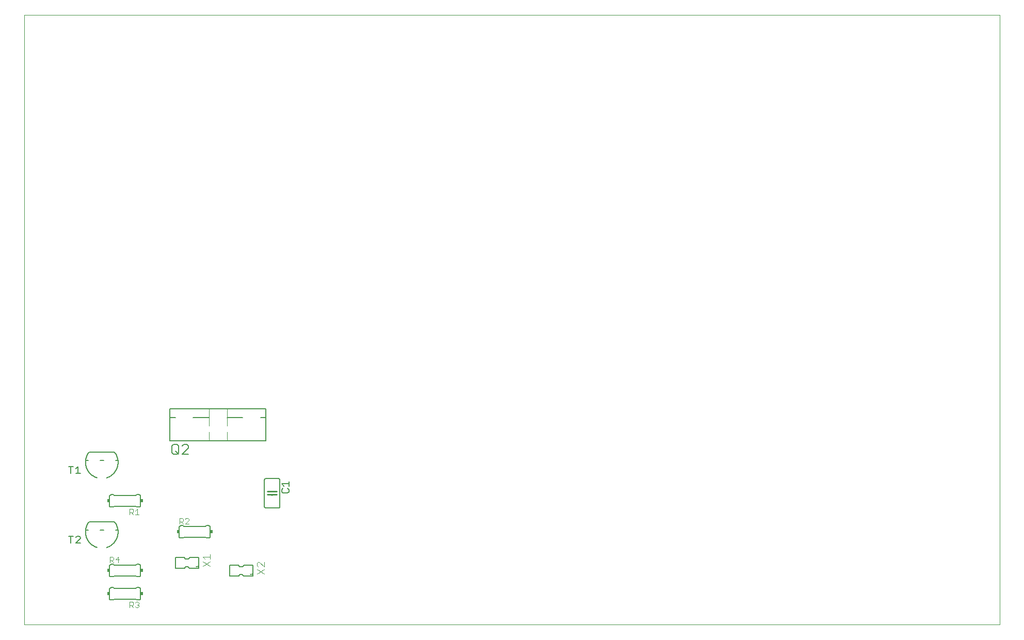
<source format=gto>
G75*
%MOIN*%
%OFA0B0*%
%FSLAX25Y25*%
%IPPOS*%
%LPD*%
%AMOC8*
5,1,8,0,0,1.08239X$1,22.5*
%
%ADD10C,0.00000*%
%ADD11C,0.00600*%
%ADD12C,0.01000*%
%ADD13C,0.00500*%
%ADD14C,0.00250*%
%ADD15C,0.00700*%
%ADD16R,0.01500X0.02000*%
%ADD17C,0.00400*%
%ADD18C,0.00800*%
%ADD19C,0.00100*%
D10*
X0001000Y0001000D02*
X0001000Y0394701D01*
X0630921Y0394701D01*
X0630921Y0001000D01*
X0001000Y0001000D01*
D11*
X0056000Y0018000D02*
X0056000Y0024000D01*
X0056002Y0024060D01*
X0056007Y0024121D01*
X0056016Y0024180D01*
X0056029Y0024239D01*
X0056045Y0024298D01*
X0056065Y0024355D01*
X0056088Y0024410D01*
X0056115Y0024465D01*
X0056144Y0024517D01*
X0056177Y0024568D01*
X0056213Y0024617D01*
X0056251Y0024663D01*
X0056293Y0024707D01*
X0056337Y0024749D01*
X0056383Y0024787D01*
X0056432Y0024823D01*
X0056483Y0024856D01*
X0056535Y0024885D01*
X0056590Y0024912D01*
X0056645Y0024935D01*
X0056702Y0024955D01*
X0056761Y0024971D01*
X0056820Y0024984D01*
X0056879Y0024993D01*
X0056940Y0024998D01*
X0057000Y0025000D01*
X0058500Y0025000D01*
X0059000Y0024500D01*
X0073000Y0024500D01*
X0073500Y0025000D01*
X0075000Y0025000D01*
X0075060Y0024998D01*
X0075121Y0024993D01*
X0075180Y0024984D01*
X0075239Y0024971D01*
X0075298Y0024955D01*
X0075355Y0024935D01*
X0075410Y0024912D01*
X0075465Y0024885D01*
X0075517Y0024856D01*
X0075568Y0024823D01*
X0075617Y0024787D01*
X0075663Y0024749D01*
X0075707Y0024707D01*
X0075749Y0024663D01*
X0075787Y0024617D01*
X0075823Y0024568D01*
X0075856Y0024517D01*
X0075885Y0024465D01*
X0075912Y0024410D01*
X0075935Y0024355D01*
X0075955Y0024298D01*
X0075971Y0024239D01*
X0075984Y0024180D01*
X0075993Y0024121D01*
X0075998Y0024060D01*
X0076000Y0024000D01*
X0076000Y0018000D01*
X0075998Y0017940D01*
X0075993Y0017879D01*
X0075984Y0017820D01*
X0075971Y0017761D01*
X0075955Y0017702D01*
X0075935Y0017645D01*
X0075912Y0017590D01*
X0075885Y0017535D01*
X0075856Y0017483D01*
X0075823Y0017432D01*
X0075787Y0017383D01*
X0075749Y0017337D01*
X0075707Y0017293D01*
X0075663Y0017251D01*
X0075617Y0017213D01*
X0075568Y0017177D01*
X0075517Y0017144D01*
X0075465Y0017115D01*
X0075410Y0017088D01*
X0075355Y0017065D01*
X0075298Y0017045D01*
X0075239Y0017029D01*
X0075180Y0017016D01*
X0075121Y0017007D01*
X0075060Y0017002D01*
X0075000Y0017000D01*
X0073500Y0017000D01*
X0073000Y0017500D01*
X0059000Y0017500D01*
X0058500Y0017000D01*
X0057000Y0017000D01*
X0056940Y0017002D01*
X0056879Y0017007D01*
X0056820Y0017016D01*
X0056761Y0017029D01*
X0056702Y0017045D01*
X0056645Y0017065D01*
X0056590Y0017088D01*
X0056535Y0017115D01*
X0056483Y0017144D01*
X0056432Y0017177D01*
X0056383Y0017213D01*
X0056337Y0017251D01*
X0056293Y0017293D01*
X0056251Y0017337D01*
X0056213Y0017383D01*
X0056177Y0017432D01*
X0056144Y0017483D01*
X0056115Y0017535D01*
X0056088Y0017590D01*
X0056065Y0017645D01*
X0056045Y0017702D01*
X0056029Y0017761D01*
X0056016Y0017820D01*
X0056007Y0017879D01*
X0056002Y0017940D01*
X0056000Y0018000D01*
X0057000Y0032000D02*
X0058500Y0032000D01*
X0059000Y0032500D01*
X0073000Y0032500D01*
X0073500Y0032000D01*
X0075000Y0032000D01*
X0075060Y0032002D01*
X0075121Y0032007D01*
X0075180Y0032016D01*
X0075239Y0032029D01*
X0075298Y0032045D01*
X0075355Y0032065D01*
X0075410Y0032088D01*
X0075465Y0032115D01*
X0075517Y0032144D01*
X0075568Y0032177D01*
X0075617Y0032213D01*
X0075663Y0032251D01*
X0075707Y0032293D01*
X0075749Y0032337D01*
X0075787Y0032383D01*
X0075823Y0032432D01*
X0075856Y0032483D01*
X0075885Y0032535D01*
X0075912Y0032590D01*
X0075935Y0032645D01*
X0075955Y0032702D01*
X0075971Y0032761D01*
X0075984Y0032820D01*
X0075993Y0032879D01*
X0075998Y0032940D01*
X0076000Y0033000D01*
X0076000Y0039000D01*
X0075998Y0039060D01*
X0075993Y0039121D01*
X0075984Y0039180D01*
X0075971Y0039239D01*
X0075955Y0039298D01*
X0075935Y0039355D01*
X0075912Y0039410D01*
X0075885Y0039465D01*
X0075856Y0039517D01*
X0075823Y0039568D01*
X0075787Y0039617D01*
X0075749Y0039663D01*
X0075707Y0039707D01*
X0075663Y0039749D01*
X0075617Y0039787D01*
X0075568Y0039823D01*
X0075517Y0039856D01*
X0075465Y0039885D01*
X0075410Y0039912D01*
X0075355Y0039935D01*
X0075298Y0039955D01*
X0075239Y0039971D01*
X0075180Y0039984D01*
X0075121Y0039993D01*
X0075060Y0039998D01*
X0075000Y0040000D01*
X0073500Y0040000D01*
X0073000Y0039500D01*
X0059000Y0039500D01*
X0058500Y0040000D01*
X0057000Y0040000D01*
X0056940Y0039998D01*
X0056879Y0039993D01*
X0056820Y0039984D01*
X0056761Y0039971D01*
X0056702Y0039955D01*
X0056645Y0039935D01*
X0056590Y0039912D01*
X0056535Y0039885D01*
X0056483Y0039856D01*
X0056432Y0039823D01*
X0056383Y0039787D01*
X0056337Y0039749D01*
X0056293Y0039707D01*
X0056251Y0039663D01*
X0056213Y0039617D01*
X0056177Y0039568D01*
X0056144Y0039517D01*
X0056115Y0039465D01*
X0056088Y0039410D01*
X0056065Y0039355D01*
X0056045Y0039298D01*
X0056029Y0039239D01*
X0056016Y0039180D01*
X0056007Y0039121D01*
X0056002Y0039060D01*
X0056000Y0039000D01*
X0056000Y0033000D01*
X0056002Y0032940D01*
X0056007Y0032879D01*
X0056016Y0032820D01*
X0056029Y0032761D01*
X0056045Y0032702D01*
X0056065Y0032645D01*
X0056088Y0032590D01*
X0056115Y0032535D01*
X0056144Y0032483D01*
X0056177Y0032432D01*
X0056213Y0032383D01*
X0056251Y0032337D01*
X0056293Y0032293D01*
X0056337Y0032251D01*
X0056383Y0032213D01*
X0056432Y0032177D01*
X0056483Y0032144D01*
X0056535Y0032115D01*
X0056590Y0032088D01*
X0056645Y0032065D01*
X0056702Y0032045D01*
X0056761Y0032029D01*
X0056820Y0032016D01*
X0056879Y0032007D01*
X0056940Y0032002D01*
X0057000Y0032000D01*
X0101000Y0058000D02*
X0101000Y0064000D01*
X0101002Y0064060D01*
X0101007Y0064121D01*
X0101016Y0064180D01*
X0101029Y0064239D01*
X0101045Y0064298D01*
X0101065Y0064355D01*
X0101088Y0064410D01*
X0101115Y0064465D01*
X0101144Y0064517D01*
X0101177Y0064568D01*
X0101213Y0064617D01*
X0101251Y0064663D01*
X0101293Y0064707D01*
X0101337Y0064749D01*
X0101383Y0064787D01*
X0101432Y0064823D01*
X0101483Y0064856D01*
X0101535Y0064885D01*
X0101590Y0064912D01*
X0101645Y0064935D01*
X0101702Y0064955D01*
X0101761Y0064971D01*
X0101820Y0064984D01*
X0101879Y0064993D01*
X0101940Y0064998D01*
X0102000Y0065000D01*
X0103500Y0065000D01*
X0104000Y0064500D01*
X0118000Y0064500D01*
X0118500Y0065000D01*
X0120000Y0065000D01*
X0120060Y0064998D01*
X0120121Y0064993D01*
X0120180Y0064984D01*
X0120239Y0064971D01*
X0120298Y0064955D01*
X0120355Y0064935D01*
X0120410Y0064912D01*
X0120465Y0064885D01*
X0120517Y0064856D01*
X0120568Y0064823D01*
X0120617Y0064787D01*
X0120663Y0064749D01*
X0120707Y0064707D01*
X0120749Y0064663D01*
X0120787Y0064617D01*
X0120823Y0064568D01*
X0120856Y0064517D01*
X0120885Y0064465D01*
X0120912Y0064410D01*
X0120935Y0064355D01*
X0120955Y0064298D01*
X0120971Y0064239D01*
X0120984Y0064180D01*
X0120993Y0064121D01*
X0120998Y0064060D01*
X0121000Y0064000D01*
X0121000Y0058000D01*
X0120998Y0057940D01*
X0120993Y0057879D01*
X0120984Y0057820D01*
X0120971Y0057761D01*
X0120955Y0057702D01*
X0120935Y0057645D01*
X0120912Y0057590D01*
X0120885Y0057535D01*
X0120856Y0057483D01*
X0120823Y0057432D01*
X0120787Y0057383D01*
X0120749Y0057337D01*
X0120707Y0057293D01*
X0120663Y0057251D01*
X0120617Y0057213D01*
X0120568Y0057177D01*
X0120517Y0057144D01*
X0120465Y0057115D01*
X0120410Y0057088D01*
X0120355Y0057065D01*
X0120298Y0057045D01*
X0120239Y0057029D01*
X0120180Y0057016D01*
X0120121Y0057007D01*
X0120060Y0057002D01*
X0120000Y0057000D01*
X0118500Y0057000D01*
X0118000Y0057500D01*
X0104000Y0057500D01*
X0103500Y0057000D01*
X0102000Y0057000D01*
X0101940Y0057002D01*
X0101879Y0057007D01*
X0101820Y0057016D01*
X0101761Y0057029D01*
X0101702Y0057045D01*
X0101645Y0057065D01*
X0101590Y0057088D01*
X0101535Y0057115D01*
X0101483Y0057144D01*
X0101432Y0057177D01*
X0101383Y0057213D01*
X0101337Y0057251D01*
X0101293Y0057293D01*
X0101251Y0057337D01*
X0101213Y0057383D01*
X0101177Y0057432D01*
X0101144Y0057483D01*
X0101115Y0057535D01*
X0101088Y0057590D01*
X0101065Y0057645D01*
X0101045Y0057702D01*
X0101029Y0057761D01*
X0101016Y0057820D01*
X0101007Y0057879D01*
X0101002Y0057940D01*
X0101000Y0058000D01*
X0076000Y0078000D02*
X0076000Y0084000D01*
X0075998Y0084060D01*
X0075993Y0084121D01*
X0075984Y0084180D01*
X0075971Y0084239D01*
X0075955Y0084298D01*
X0075935Y0084355D01*
X0075912Y0084410D01*
X0075885Y0084465D01*
X0075856Y0084517D01*
X0075823Y0084568D01*
X0075787Y0084617D01*
X0075749Y0084663D01*
X0075707Y0084707D01*
X0075663Y0084749D01*
X0075617Y0084787D01*
X0075568Y0084823D01*
X0075517Y0084856D01*
X0075465Y0084885D01*
X0075410Y0084912D01*
X0075355Y0084935D01*
X0075298Y0084955D01*
X0075239Y0084971D01*
X0075180Y0084984D01*
X0075121Y0084993D01*
X0075060Y0084998D01*
X0075000Y0085000D01*
X0073500Y0085000D01*
X0073000Y0084500D01*
X0059000Y0084500D01*
X0058500Y0085000D01*
X0057000Y0085000D01*
X0056940Y0084998D01*
X0056879Y0084993D01*
X0056820Y0084984D01*
X0056761Y0084971D01*
X0056702Y0084955D01*
X0056645Y0084935D01*
X0056590Y0084912D01*
X0056535Y0084885D01*
X0056483Y0084856D01*
X0056432Y0084823D01*
X0056383Y0084787D01*
X0056337Y0084749D01*
X0056293Y0084707D01*
X0056251Y0084663D01*
X0056213Y0084617D01*
X0056177Y0084568D01*
X0056144Y0084517D01*
X0056115Y0084465D01*
X0056088Y0084410D01*
X0056065Y0084355D01*
X0056045Y0084298D01*
X0056029Y0084239D01*
X0056016Y0084180D01*
X0056007Y0084121D01*
X0056002Y0084060D01*
X0056000Y0084000D01*
X0056000Y0078000D01*
X0056002Y0077940D01*
X0056007Y0077879D01*
X0056016Y0077820D01*
X0056029Y0077761D01*
X0056045Y0077702D01*
X0056065Y0077645D01*
X0056088Y0077590D01*
X0056115Y0077535D01*
X0056144Y0077483D01*
X0056177Y0077432D01*
X0056213Y0077383D01*
X0056251Y0077337D01*
X0056293Y0077293D01*
X0056337Y0077251D01*
X0056383Y0077213D01*
X0056432Y0077177D01*
X0056483Y0077144D01*
X0056535Y0077115D01*
X0056590Y0077088D01*
X0056645Y0077065D01*
X0056702Y0077045D01*
X0056761Y0077029D01*
X0056820Y0077016D01*
X0056879Y0077007D01*
X0056940Y0077002D01*
X0057000Y0077000D01*
X0058500Y0077000D01*
X0059000Y0077500D01*
X0073000Y0077500D01*
X0073500Y0077000D01*
X0075000Y0077000D01*
X0075060Y0077002D01*
X0075121Y0077007D01*
X0075180Y0077016D01*
X0075239Y0077029D01*
X0075298Y0077045D01*
X0075355Y0077065D01*
X0075410Y0077088D01*
X0075465Y0077115D01*
X0075517Y0077144D01*
X0075568Y0077177D01*
X0075617Y0077213D01*
X0075663Y0077251D01*
X0075707Y0077293D01*
X0075749Y0077337D01*
X0075787Y0077383D01*
X0075823Y0077432D01*
X0075856Y0077483D01*
X0075885Y0077535D01*
X0075912Y0077590D01*
X0075935Y0077645D01*
X0075955Y0077702D01*
X0075971Y0077761D01*
X0075984Y0077820D01*
X0075993Y0077879D01*
X0075998Y0077940D01*
X0076000Y0078000D01*
X0095000Y0119780D02*
X0157000Y0119780D01*
X0157000Y0140646D01*
X0095000Y0140646D01*
X0095000Y0119780D01*
X0095291Y0134740D02*
X0098638Y0134740D01*
X0110055Y0134740D02*
X0120094Y0134740D01*
X0131906Y0134740D02*
X0141945Y0134740D01*
X0153559Y0134740D02*
X0156906Y0134740D01*
X0157000Y0095500D02*
X0165000Y0095500D01*
X0165060Y0095498D01*
X0165121Y0095493D01*
X0165180Y0095484D01*
X0165239Y0095471D01*
X0165298Y0095455D01*
X0165355Y0095435D01*
X0165410Y0095412D01*
X0165465Y0095385D01*
X0165517Y0095356D01*
X0165568Y0095323D01*
X0165617Y0095287D01*
X0165663Y0095249D01*
X0165707Y0095207D01*
X0165749Y0095163D01*
X0165787Y0095117D01*
X0165823Y0095068D01*
X0165856Y0095017D01*
X0165885Y0094965D01*
X0165912Y0094910D01*
X0165935Y0094855D01*
X0165955Y0094798D01*
X0165971Y0094739D01*
X0165984Y0094680D01*
X0165993Y0094621D01*
X0165998Y0094560D01*
X0166000Y0094500D01*
X0166000Y0077500D01*
X0165998Y0077440D01*
X0165993Y0077379D01*
X0165984Y0077320D01*
X0165971Y0077261D01*
X0165955Y0077202D01*
X0165935Y0077145D01*
X0165912Y0077090D01*
X0165885Y0077035D01*
X0165856Y0076983D01*
X0165823Y0076932D01*
X0165787Y0076883D01*
X0165749Y0076837D01*
X0165707Y0076793D01*
X0165663Y0076751D01*
X0165617Y0076713D01*
X0165568Y0076677D01*
X0165517Y0076644D01*
X0165465Y0076615D01*
X0165410Y0076588D01*
X0165355Y0076565D01*
X0165298Y0076545D01*
X0165239Y0076529D01*
X0165180Y0076516D01*
X0165121Y0076507D01*
X0165060Y0076502D01*
X0165000Y0076500D01*
X0157000Y0076500D01*
X0156940Y0076502D01*
X0156879Y0076507D01*
X0156820Y0076516D01*
X0156761Y0076529D01*
X0156702Y0076545D01*
X0156645Y0076565D01*
X0156590Y0076588D01*
X0156535Y0076615D01*
X0156483Y0076644D01*
X0156432Y0076677D01*
X0156383Y0076713D01*
X0156337Y0076751D01*
X0156293Y0076793D01*
X0156251Y0076837D01*
X0156213Y0076883D01*
X0156177Y0076932D01*
X0156144Y0076983D01*
X0156115Y0077035D01*
X0156088Y0077090D01*
X0156065Y0077145D01*
X0156045Y0077202D01*
X0156029Y0077261D01*
X0156016Y0077320D01*
X0156007Y0077379D01*
X0156002Y0077440D01*
X0156000Y0077500D01*
X0156000Y0094500D01*
X0156002Y0094560D01*
X0156007Y0094621D01*
X0156016Y0094680D01*
X0156029Y0094739D01*
X0156045Y0094798D01*
X0156065Y0094855D01*
X0156088Y0094910D01*
X0156115Y0094965D01*
X0156144Y0095017D01*
X0156177Y0095068D01*
X0156213Y0095117D01*
X0156251Y0095163D01*
X0156293Y0095207D01*
X0156337Y0095249D01*
X0156383Y0095287D01*
X0156432Y0095323D01*
X0156483Y0095356D01*
X0156535Y0095385D01*
X0156590Y0095412D01*
X0156645Y0095435D01*
X0156702Y0095455D01*
X0156761Y0095471D01*
X0156820Y0095484D01*
X0156879Y0095493D01*
X0156940Y0095498D01*
X0157000Y0095500D01*
X0161000Y0087500D02*
X0161000Y0087000D01*
X0161000Y0085000D02*
X0161000Y0084500D01*
D12*
X0161000Y0085000D02*
X0158000Y0085000D01*
X0158000Y0087000D02*
X0161000Y0087000D01*
X0164000Y0087000D01*
X0164000Y0085000D02*
X0161000Y0085000D01*
D13*
X0167246Y0086793D02*
X0167246Y0088294D01*
X0167997Y0089045D01*
X0168747Y0090646D02*
X0167246Y0092147D01*
X0171750Y0092147D01*
X0171750Y0090646D02*
X0171750Y0093649D01*
X0170999Y0089045D02*
X0171750Y0088294D01*
X0171750Y0086793D01*
X0170999Y0086042D01*
X0167997Y0086042D01*
X0167246Y0086793D01*
X0061452Y0107000D02*
X0059873Y0107000D01*
X0059246Y0112500D02*
X0042754Y0112500D01*
X0042127Y0107000D02*
X0040548Y0107000D01*
X0035647Y0103254D02*
X0035647Y0098750D01*
X0034146Y0098750D02*
X0037149Y0098750D01*
X0034146Y0101753D02*
X0035647Y0103254D01*
X0032545Y0103254D02*
X0029542Y0103254D01*
X0031043Y0103254D02*
X0031043Y0098750D01*
X0049873Y0107000D02*
X0052127Y0107000D01*
X0059246Y0112500D02*
X0059399Y0112301D01*
X0059547Y0112099D01*
X0059690Y0111894D01*
X0059828Y0111685D01*
X0059961Y0111473D01*
X0060089Y0111258D01*
X0060211Y0111040D01*
X0060329Y0110819D01*
X0060441Y0110595D01*
X0060548Y0110369D01*
X0060649Y0110140D01*
X0060745Y0109909D01*
X0060836Y0109675D01*
X0060921Y0109440D01*
X0061000Y0109202D01*
X0061073Y0108963D01*
X0061141Y0108722D01*
X0061203Y0108480D01*
X0061259Y0108236D01*
X0061310Y0107990D01*
X0061354Y0107744D01*
X0061393Y0107497D01*
X0061425Y0107249D01*
X0061452Y0107000D01*
X0061474Y0106745D01*
X0061489Y0106489D01*
X0061497Y0106233D01*
X0061500Y0105976D01*
X0061496Y0105720D01*
X0061486Y0105464D01*
X0061470Y0105208D01*
X0061448Y0104953D01*
X0061419Y0104698D01*
X0061384Y0104444D01*
X0061343Y0104191D01*
X0061296Y0103939D01*
X0061242Y0103689D01*
X0061183Y0103440D01*
X0061117Y0103192D01*
X0061046Y0102946D01*
X0060968Y0102701D01*
X0060885Y0102459D01*
X0060796Y0102219D01*
X0060700Y0101981D01*
X0060599Y0101745D01*
X0060493Y0101512D01*
X0060380Y0101282D01*
X0060262Y0101054D01*
X0060139Y0100830D01*
X0060010Y0100608D01*
X0059876Y0100390D01*
X0059736Y0100175D01*
X0059591Y0099964D01*
X0059441Y0099756D01*
X0059287Y0099552D01*
X0059127Y0099351D01*
X0058962Y0099155D01*
X0058793Y0098963D01*
X0058618Y0098774D01*
X0058440Y0098591D01*
X0058257Y0098411D01*
X0058069Y0098236D01*
X0057878Y0098066D01*
X0057682Y0097901D01*
X0057482Y0097740D01*
X0057279Y0097584D01*
X0057072Y0097434D01*
X0056861Y0097288D01*
X0056646Y0097147D01*
X0056429Y0097012D01*
X0056208Y0096882D01*
X0055984Y0096758D01*
X0055757Y0096639D01*
X0055527Y0096526D01*
X0055294Y0096418D01*
X0055059Y0096316D01*
X0054821Y0096220D01*
X0054582Y0096130D01*
X0054340Y0096045D01*
X0054096Y0095967D01*
X0047904Y0095967D02*
X0047662Y0096045D01*
X0047422Y0096129D01*
X0047184Y0096218D01*
X0046948Y0096313D01*
X0046714Y0096415D01*
X0046483Y0096521D01*
X0046255Y0096634D01*
X0046029Y0096751D01*
X0045806Y0096874D01*
X0045587Y0097003D01*
X0045370Y0097137D01*
X0045157Y0097276D01*
X0044947Y0097420D01*
X0044741Y0097569D01*
X0044539Y0097723D01*
X0044340Y0097882D01*
X0044145Y0098046D01*
X0043954Y0098215D01*
X0043768Y0098388D01*
X0043585Y0098565D01*
X0043407Y0098747D01*
X0043234Y0098933D01*
X0043065Y0099124D01*
X0042901Y0099318D01*
X0042741Y0099516D01*
X0042586Y0099718D01*
X0042437Y0099924D01*
X0042292Y0100133D01*
X0042152Y0100346D01*
X0042018Y0100562D01*
X0041889Y0100782D01*
X0041765Y0101004D01*
X0041646Y0101229D01*
X0041534Y0101457D01*
X0041426Y0101688D01*
X0041325Y0101921D01*
X0041229Y0102157D01*
X0041138Y0102395D01*
X0041054Y0102635D01*
X0040975Y0102877D01*
X0040902Y0103121D01*
X0040836Y0103367D01*
X0040775Y0103614D01*
X0040720Y0103862D01*
X0040671Y0104112D01*
X0040628Y0104363D01*
X0040592Y0104615D01*
X0040561Y0104867D01*
X0040537Y0105121D01*
X0040519Y0105374D01*
X0040507Y0105629D01*
X0040501Y0105883D01*
X0040501Y0106138D01*
X0040507Y0106392D01*
X0040520Y0106646D01*
X0040539Y0106900D01*
X0040564Y0107153D01*
X0040595Y0107406D01*
X0040632Y0107658D01*
X0040675Y0107908D01*
X0040724Y0108158D01*
X0040780Y0108407D01*
X0040841Y0108654D01*
X0040908Y0108899D01*
X0040981Y0109143D01*
X0041060Y0109385D01*
X0041145Y0109624D01*
X0041236Y0109862D01*
X0041333Y0110098D01*
X0041435Y0110331D01*
X0041543Y0110561D01*
X0041656Y0110789D01*
X0041775Y0111014D01*
X0041899Y0111236D01*
X0042029Y0111455D01*
X0042163Y0111671D01*
X0042303Y0111884D01*
X0042449Y0112093D01*
X0042599Y0112298D01*
X0042754Y0112500D01*
X0042754Y0067500D02*
X0059246Y0067500D01*
X0059873Y0062000D02*
X0061452Y0062000D01*
X0052127Y0062000D02*
X0049873Y0062000D01*
X0059246Y0067500D02*
X0059399Y0067301D01*
X0059547Y0067099D01*
X0059690Y0066894D01*
X0059828Y0066685D01*
X0059961Y0066473D01*
X0060089Y0066258D01*
X0060211Y0066040D01*
X0060329Y0065819D01*
X0060441Y0065595D01*
X0060548Y0065369D01*
X0060649Y0065140D01*
X0060745Y0064909D01*
X0060836Y0064675D01*
X0060921Y0064440D01*
X0061000Y0064202D01*
X0061073Y0063963D01*
X0061141Y0063722D01*
X0061203Y0063480D01*
X0061259Y0063236D01*
X0061310Y0062990D01*
X0061354Y0062744D01*
X0061393Y0062497D01*
X0061425Y0062249D01*
X0061452Y0062000D01*
X0061474Y0061745D01*
X0061489Y0061489D01*
X0061497Y0061233D01*
X0061500Y0060976D01*
X0061496Y0060720D01*
X0061486Y0060464D01*
X0061470Y0060208D01*
X0061448Y0059953D01*
X0061419Y0059698D01*
X0061384Y0059444D01*
X0061343Y0059191D01*
X0061296Y0058939D01*
X0061242Y0058689D01*
X0061183Y0058440D01*
X0061117Y0058192D01*
X0061046Y0057946D01*
X0060968Y0057701D01*
X0060885Y0057459D01*
X0060796Y0057219D01*
X0060700Y0056981D01*
X0060599Y0056745D01*
X0060493Y0056512D01*
X0060380Y0056282D01*
X0060262Y0056054D01*
X0060139Y0055830D01*
X0060010Y0055608D01*
X0059876Y0055390D01*
X0059736Y0055175D01*
X0059591Y0054964D01*
X0059441Y0054756D01*
X0059287Y0054552D01*
X0059127Y0054351D01*
X0058962Y0054155D01*
X0058793Y0053963D01*
X0058618Y0053774D01*
X0058440Y0053591D01*
X0058257Y0053411D01*
X0058069Y0053236D01*
X0057878Y0053066D01*
X0057682Y0052901D01*
X0057482Y0052740D01*
X0057279Y0052584D01*
X0057072Y0052434D01*
X0056861Y0052288D01*
X0056646Y0052147D01*
X0056429Y0052012D01*
X0056208Y0051882D01*
X0055984Y0051758D01*
X0055757Y0051639D01*
X0055527Y0051526D01*
X0055294Y0051418D01*
X0055059Y0051316D01*
X0054821Y0051220D01*
X0054582Y0051130D01*
X0054340Y0051045D01*
X0054096Y0050967D01*
X0047904Y0050967D02*
X0047662Y0051045D01*
X0047422Y0051129D01*
X0047184Y0051218D01*
X0046948Y0051313D01*
X0046714Y0051415D01*
X0046483Y0051521D01*
X0046255Y0051634D01*
X0046029Y0051751D01*
X0045806Y0051874D01*
X0045587Y0052003D01*
X0045370Y0052137D01*
X0045157Y0052276D01*
X0044947Y0052420D01*
X0044741Y0052569D01*
X0044539Y0052723D01*
X0044340Y0052882D01*
X0044145Y0053046D01*
X0043954Y0053215D01*
X0043768Y0053388D01*
X0043585Y0053565D01*
X0043407Y0053747D01*
X0043234Y0053933D01*
X0043065Y0054124D01*
X0042901Y0054318D01*
X0042741Y0054516D01*
X0042586Y0054718D01*
X0042437Y0054924D01*
X0042292Y0055133D01*
X0042152Y0055346D01*
X0042018Y0055562D01*
X0041889Y0055782D01*
X0041765Y0056004D01*
X0041646Y0056229D01*
X0041534Y0056457D01*
X0041426Y0056688D01*
X0041325Y0056921D01*
X0041229Y0057157D01*
X0041138Y0057395D01*
X0041054Y0057635D01*
X0040975Y0057877D01*
X0040902Y0058121D01*
X0040836Y0058367D01*
X0040775Y0058614D01*
X0040720Y0058862D01*
X0040671Y0059112D01*
X0040628Y0059363D01*
X0040592Y0059615D01*
X0040561Y0059867D01*
X0040537Y0060121D01*
X0040519Y0060374D01*
X0040507Y0060629D01*
X0040501Y0060883D01*
X0040501Y0061138D01*
X0040507Y0061392D01*
X0040520Y0061646D01*
X0040539Y0061900D01*
X0040564Y0062153D01*
X0040595Y0062406D01*
X0040632Y0062658D01*
X0040675Y0062908D01*
X0040724Y0063158D01*
X0040780Y0063407D01*
X0040841Y0063654D01*
X0040908Y0063899D01*
X0040981Y0064143D01*
X0041060Y0064385D01*
X0041145Y0064624D01*
X0041236Y0064862D01*
X0041333Y0065098D01*
X0041435Y0065331D01*
X0041543Y0065561D01*
X0041656Y0065789D01*
X0041775Y0066014D01*
X0041899Y0066236D01*
X0042029Y0066455D01*
X0042163Y0066671D01*
X0042303Y0066884D01*
X0042449Y0067093D01*
X0042599Y0067298D01*
X0042754Y0067500D01*
X0042127Y0062000D02*
X0040548Y0062000D01*
X0036398Y0058254D02*
X0034897Y0058254D01*
X0034146Y0057503D01*
X0032545Y0058254D02*
X0029542Y0058254D01*
X0031043Y0058254D02*
X0031043Y0053750D01*
X0034146Y0053750D02*
X0037149Y0056753D01*
X0037149Y0057503D01*
X0036398Y0058254D01*
X0037149Y0053750D02*
X0034146Y0053750D01*
D14*
X0120094Y0119976D02*
X0120094Y0125390D01*
X0120094Y0129327D02*
X0120094Y0134740D01*
X0120094Y0140843D01*
X0131906Y0140843D02*
X0131906Y0134740D01*
X0131906Y0129327D01*
X0131906Y0125390D02*
X0131906Y0119976D01*
D15*
X0106999Y0116349D02*
X0105948Y0117399D01*
X0103846Y0117399D01*
X0102795Y0116349D01*
X0100554Y0116349D02*
X0100554Y0112145D01*
X0099503Y0111094D01*
X0097401Y0111094D01*
X0096350Y0112145D01*
X0096350Y0116349D01*
X0097401Y0117399D01*
X0099503Y0117399D01*
X0100554Y0116349D01*
X0098452Y0113196D02*
X0100554Y0111094D01*
X0102795Y0111094D02*
X0106999Y0115298D01*
X0106999Y0116349D01*
X0106999Y0111094D02*
X0102795Y0111094D01*
D16*
X0076750Y0081000D03*
X0055250Y0081000D03*
X0100250Y0061000D03*
X0121750Y0061000D03*
X0076750Y0036000D03*
X0076750Y0021000D03*
X0055250Y0021000D03*
X0055250Y0036000D03*
D17*
X0056200Y0041300D02*
X0056200Y0044803D01*
X0057951Y0044803D01*
X0058535Y0044219D01*
X0058535Y0043051D01*
X0057951Y0042468D01*
X0056200Y0042468D01*
X0057368Y0042468D02*
X0058535Y0041300D01*
X0059791Y0043051D02*
X0062126Y0043051D01*
X0061543Y0041300D02*
X0061543Y0044803D01*
X0059791Y0043051D01*
X0069018Y0015703D02*
X0070769Y0015703D01*
X0071353Y0015119D01*
X0071353Y0013951D01*
X0070769Y0013368D01*
X0069018Y0013368D01*
X0070186Y0013368D02*
X0071353Y0012200D01*
X0072609Y0012784D02*
X0073193Y0012200D01*
X0074360Y0012200D01*
X0074944Y0012784D01*
X0074944Y0013368D01*
X0074360Y0013951D01*
X0073777Y0013951D01*
X0074360Y0013951D02*
X0074944Y0014535D01*
X0074944Y0015119D01*
X0074360Y0015703D01*
X0073193Y0015703D01*
X0072609Y0015119D01*
X0069018Y0015703D02*
X0069018Y0012200D01*
X0116196Y0038759D02*
X0120800Y0041828D01*
X0120800Y0043363D02*
X0120800Y0046432D01*
X0120800Y0044898D02*
X0116196Y0044898D01*
X0117731Y0043363D01*
X0116196Y0041828D02*
X0120800Y0038759D01*
X0151196Y0039130D02*
X0151963Y0038363D01*
X0151196Y0039130D02*
X0151196Y0040665D01*
X0151963Y0041432D01*
X0152731Y0041432D01*
X0155800Y0038363D01*
X0155800Y0041432D01*
X0155800Y0036828D02*
X0151196Y0033759D01*
X0151196Y0036828D02*
X0155800Y0033759D01*
X0107126Y0066300D02*
X0104791Y0066300D01*
X0107126Y0068635D01*
X0107126Y0069219D01*
X0106543Y0069803D01*
X0105375Y0069803D01*
X0104791Y0069219D01*
X0103535Y0069219D02*
X0103535Y0068051D01*
X0102951Y0067468D01*
X0101200Y0067468D01*
X0102368Y0067468D02*
X0103535Y0066300D01*
X0101200Y0066300D02*
X0101200Y0069803D01*
X0102951Y0069803D01*
X0103535Y0069219D01*
X0074944Y0072200D02*
X0072609Y0072200D01*
X0073777Y0072200D02*
X0073777Y0075703D01*
X0072609Y0074535D01*
X0071353Y0073951D02*
X0070769Y0073368D01*
X0069018Y0073368D01*
X0070186Y0073368D02*
X0071353Y0072200D01*
X0071353Y0073951D02*
X0071353Y0075119D01*
X0070769Y0075703D01*
X0069018Y0075703D01*
X0069018Y0072200D01*
D18*
X0098520Y0044346D02*
X0098520Y0037654D01*
X0104425Y0037654D01*
X0104426Y0037654D02*
X0104462Y0037727D01*
X0104503Y0037798D01*
X0104546Y0037868D01*
X0104593Y0037935D01*
X0104643Y0038000D01*
X0104696Y0038062D01*
X0104751Y0038122D01*
X0104810Y0038179D01*
X0104871Y0038234D01*
X0104935Y0038285D01*
X0105001Y0038334D01*
X0105069Y0038379D01*
X0105139Y0038421D01*
X0105211Y0038460D01*
X0105285Y0038496D01*
X0105360Y0038527D01*
X0105437Y0038556D01*
X0105515Y0038580D01*
X0105594Y0038601D01*
X0105674Y0038618D01*
X0105755Y0038632D01*
X0105836Y0038641D01*
X0105918Y0038647D01*
X0106000Y0038649D01*
X0106082Y0038647D01*
X0106164Y0038641D01*
X0106245Y0038632D01*
X0106326Y0038618D01*
X0106406Y0038601D01*
X0106485Y0038580D01*
X0106563Y0038556D01*
X0106640Y0038527D01*
X0106715Y0038496D01*
X0106789Y0038460D01*
X0106861Y0038421D01*
X0106931Y0038379D01*
X0106999Y0038334D01*
X0107065Y0038285D01*
X0107129Y0038234D01*
X0107190Y0038179D01*
X0107249Y0038122D01*
X0107304Y0038062D01*
X0107357Y0038000D01*
X0107407Y0037935D01*
X0107454Y0037868D01*
X0107497Y0037798D01*
X0107538Y0037727D01*
X0107574Y0037654D01*
X0107575Y0037654D02*
X0113480Y0037654D01*
X0113480Y0044346D01*
X0107575Y0044346D01*
X0107574Y0044346D02*
X0107538Y0044273D01*
X0107497Y0044202D01*
X0107454Y0044132D01*
X0107407Y0044065D01*
X0107357Y0044000D01*
X0107304Y0043938D01*
X0107249Y0043878D01*
X0107190Y0043821D01*
X0107129Y0043766D01*
X0107065Y0043715D01*
X0106999Y0043666D01*
X0106931Y0043621D01*
X0106861Y0043579D01*
X0106789Y0043540D01*
X0106715Y0043504D01*
X0106640Y0043473D01*
X0106563Y0043444D01*
X0106485Y0043420D01*
X0106406Y0043399D01*
X0106326Y0043382D01*
X0106245Y0043368D01*
X0106164Y0043359D01*
X0106082Y0043353D01*
X0106000Y0043351D01*
X0105918Y0043353D01*
X0105836Y0043359D01*
X0105755Y0043368D01*
X0105674Y0043382D01*
X0105594Y0043399D01*
X0105515Y0043420D01*
X0105437Y0043444D01*
X0105360Y0043473D01*
X0105285Y0043504D01*
X0105211Y0043540D01*
X0105139Y0043579D01*
X0105069Y0043621D01*
X0105001Y0043666D01*
X0104935Y0043715D01*
X0104871Y0043766D01*
X0104810Y0043821D01*
X0104751Y0043878D01*
X0104696Y0043938D01*
X0104643Y0044000D01*
X0104593Y0044065D01*
X0104546Y0044132D01*
X0104503Y0044202D01*
X0104462Y0044273D01*
X0104426Y0044346D01*
X0104425Y0044346D02*
X0098520Y0044346D01*
X0133520Y0039346D02*
X0133520Y0032654D01*
X0139425Y0032654D01*
X0139426Y0032654D02*
X0139462Y0032727D01*
X0139503Y0032798D01*
X0139546Y0032868D01*
X0139593Y0032935D01*
X0139643Y0033000D01*
X0139696Y0033062D01*
X0139751Y0033122D01*
X0139810Y0033179D01*
X0139871Y0033234D01*
X0139935Y0033285D01*
X0140001Y0033334D01*
X0140069Y0033379D01*
X0140139Y0033421D01*
X0140211Y0033460D01*
X0140285Y0033496D01*
X0140360Y0033527D01*
X0140437Y0033556D01*
X0140515Y0033580D01*
X0140594Y0033601D01*
X0140674Y0033618D01*
X0140755Y0033632D01*
X0140836Y0033641D01*
X0140918Y0033647D01*
X0141000Y0033649D01*
X0141082Y0033647D01*
X0141164Y0033641D01*
X0141245Y0033632D01*
X0141326Y0033618D01*
X0141406Y0033601D01*
X0141485Y0033580D01*
X0141563Y0033556D01*
X0141640Y0033527D01*
X0141715Y0033496D01*
X0141789Y0033460D01*
X0141861Y0033421D01*
X0141931Y0033379D01*
X0141999Y0033334D01*
X0142065Y0033285D01*
X0142129Y0033234D01*
X0142190Y0033179D01*
X0142249Y0033122D01*
X0142304Y0033062D01*
X0142357Y0033000D01*
X0142407Y0032935D01*
X0142454Y0032868D01*
X0142497Y0032798D01*
X0142538Y0032727D01*
X0142574Y0032654D01*
X0142575Y0032654D02*
X0148480Y0032654D01*
X0148480Y0039346D01*
X0142575Y0039346D01*
X0142574Y0039346D02*
X0142538Y0039273D01*
X0142497Y0039202D01*
X0142454Y0039132D01*
X0142407Y0039065D01*
X0142357Y0039000D01*
X0142304Y0038938D01*
X0142249Y0038878D01*
X0142190Y0038821D01*
X0142129Y0038766D01*
X0142065Y0038715D01*
X0141999Y0038666D01*
X0141931Y0038621D01*
X0141861Y0038579D01*
X0141789Y0038540D01*
X0141715Y0038504D01*
X0141640Y0038473D01*
X0141563Y0038444D01*
X0141485Y0038420D01*
X0141406Y0038399D01*
X0141326Y0038382D01*
X0141245Y0038368D01*
X0141164Y0038359D01*
X0141082Y0038353D01*
X0141000Y0038351D01*
X0140918Y0038353D01*
X0140836Y0038359D01*
X0140755Y0038368D01*
X0140674Y0038382D01*
X0140594Y0038399D01*
X0140515Y0038420D01*
X0140437Y0038444D01*
X0140360Y0038473D01*
X0140285Y0038504D01*
X0140211Y0038540D01*
X0140139Y0038579D01*
X0140069Y0038621D01*
X0140001Y0038666D01*
X0139935Y0038715D01*
X0139871Y0038766D01*
X0139810Y0038821D01*
X0139751Y0038878D01*
X0139696Y0038938D01*
X0139643Y0039000D01*
X0139593Y0039065D01*
X0139546Y0039132D01*
X0139503Y0039202D01*
X0139462Y0039273D01*
X0139426Y0039346D01*
X0139425Y0039346D02*
X0133520Y0039346D01*
D19*
X0146739Y0033858D02*
X0147840Y0033858D01*
X0147840Y0033491D02*
X0147840Y0034225D01*
X0147106Y0033491D02*
X0146739Y0033858D01*
X0112840Y0038491D02*
X0112840Y0039225D01*
X0112840Y0038858D02*
X0111739Y0038858D01*
X0112106Y0038491D01*
M02*

</source>
